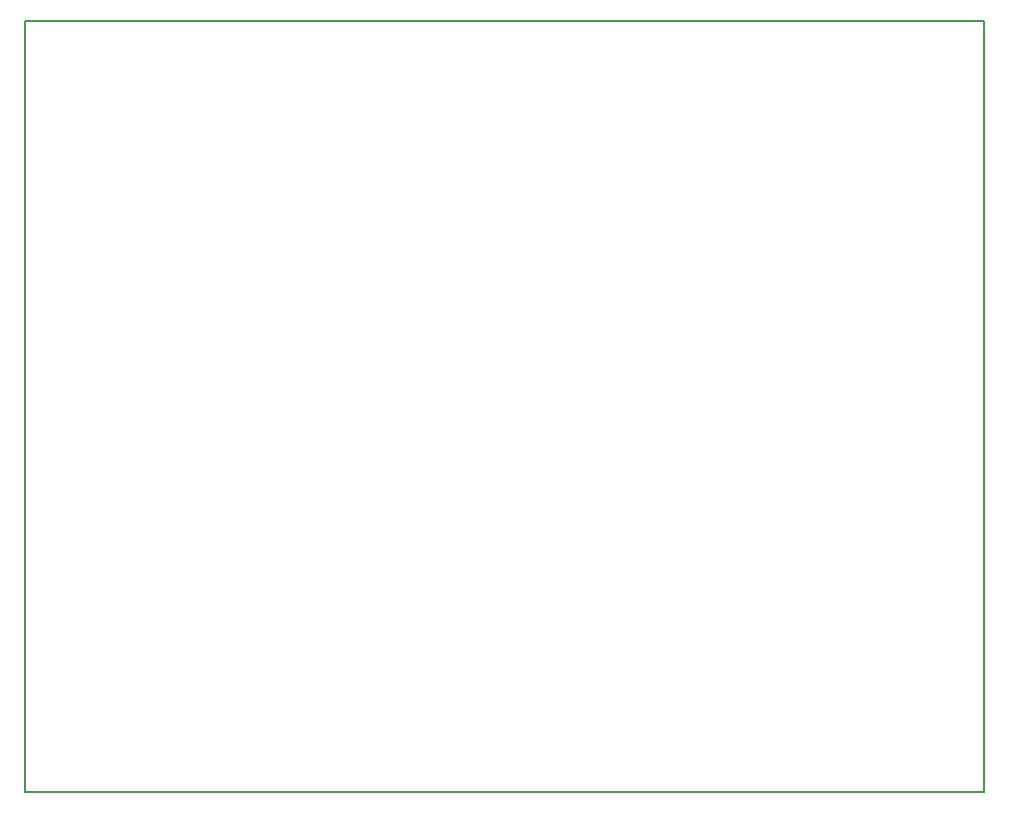
<source format=gbo>
G04 MADE WITH FRITZING*
G04 WWW.FRITZING.ORG*
G04 DOUBLE SIDED*
G04 HOLES PLATED*
G04 CONTOUR ON CENTER OF CONTOUR VECTOR*
%ASAXBY*%
%FSLAX23Y23*%
%MOIN*%
%OFA0B0*%
%SFA1.0B1.0*%
%ADD10R,3.203710X2.581480X3.187710X2.565480*%
%ADD11C,0.008000*%
%LNSILK0*%
G90*
G70*
G54D11*
X4Y2577D02*
X3200Y2577D01*
X3200Y4D01*
X4Y4D01*
X4Y2577D01*
D02*
G04 End of Silk0*
M02*
</source>
